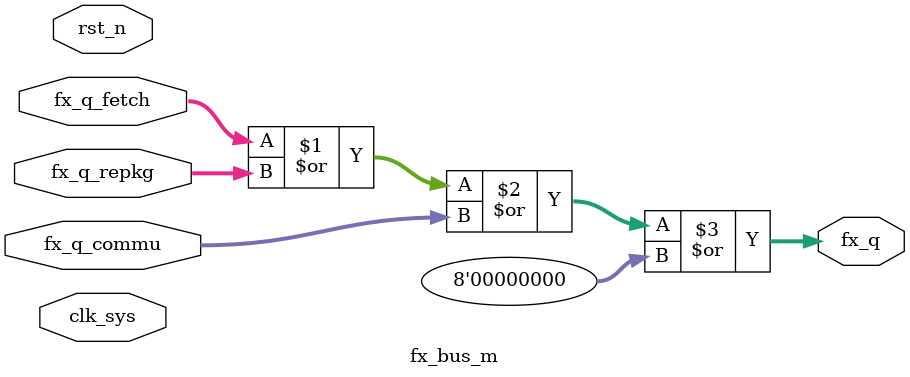
<source format=v>

module fx_bus_m(
fx_q,
fx_q_fetch,
fx_q_repkg,
fx_q_commu,
//clk rst
clk_sys,
rst_n
);
output [7:0]	fx_q;
input [7:0]	fx_q_fetch;
input [7:0]	fx_q_repkg;
input [7:0]	fx_q_commu;
//clk rst
input clk_sys;
input rst_n;
//---------------------------------------
//---------------------------------------

wire [7:0] fx_q;
assign fx_q = fx_q_fetch |
							fx_q_repkg | 
							fx_q_commu |
							8'h0;

endmodule

</source>
